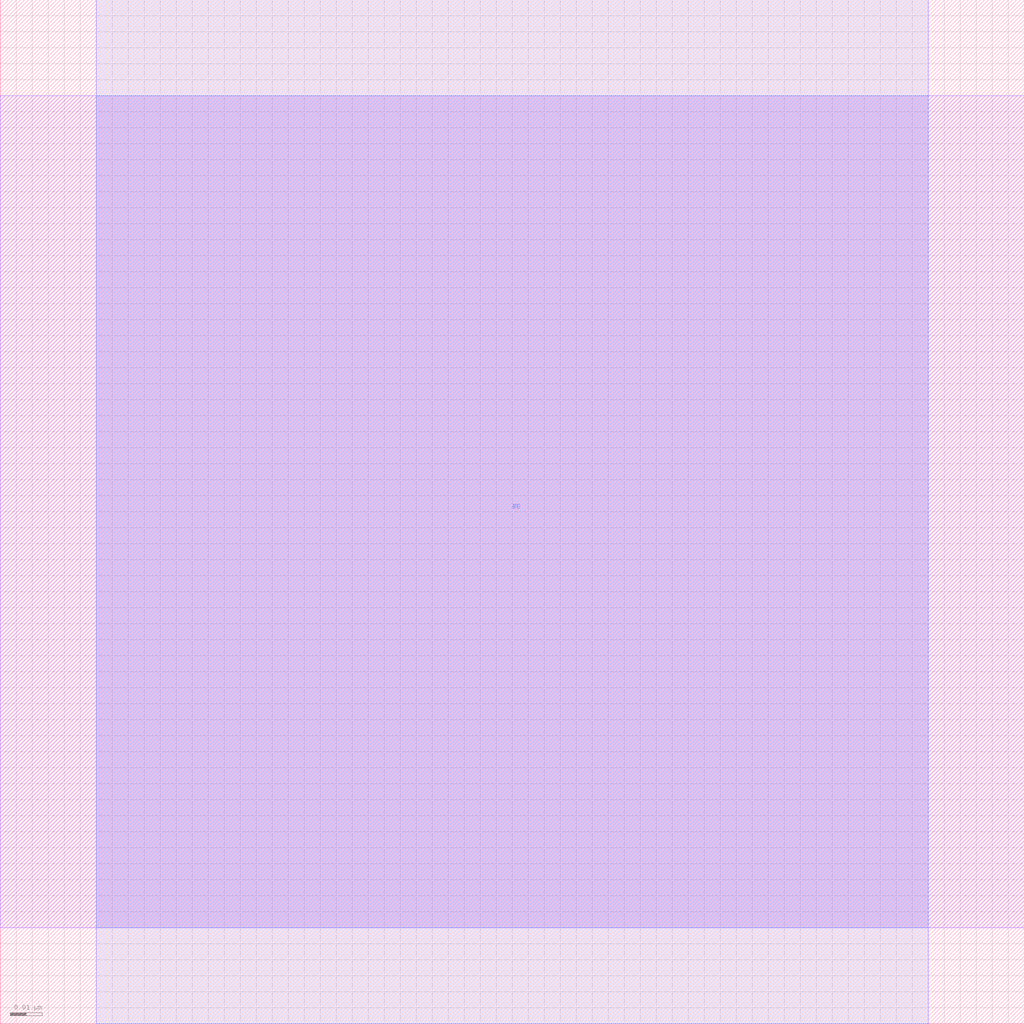
<source format=lef>
# Copyright 2020 The SkyWater PDK Authors
#
# Licensed under the Apache License, Version 2.0 (the "License");
# you may not use this file except in compliance with the License.
# You may obtain a copy of the License at
#
#     https://www.apache.org/licenses/LICENSE-2.0
#
# Unless required by applicable law or agreed to in writing, software
# distributed under the License is distributed on an "AS IS" BASIS,
# WITHOUT WARRANTIES OR CONDITIONS OF ANY KIND, either express or implied.
# See the License for the specific language governing permissions and
# limitations under the License.
#
# SPDX-License-Identifier: Apache-2.0

VERSION 5.7 ;
  NOWIREEXTENSIONATPIN ON ;
  DIVIDERCHAR "/" ;
  BUSBITCHARS "[]" ;
MACRO sky130_fd_pr_reram__reram_cell
  CLASS BLOCK ;
  FOREIGN sky130_fd_pr_reram__reram_cell ;
  ORIGIN  0.160000  0.160000 ;
  SIZE  0.320000 BY  0.320000 ;
  PIN BE
    PORT
      LAYER met2 ;
        RECT -0.130000 -0.160000 0.130000 0.160000 ;
    END
  END BE
  PIN TE
    PORT
      LAYER met1 ;
        RECT -0.160000 -0.130000 0.160000 0.130000 ;
      LAYER via ;
        RECT -0.130000 -0.130000 0.130000 0.130000 ;
    END
  END TE
END sky130_fd_pr_reram__reram_cell
END LIBRARY

</source>
